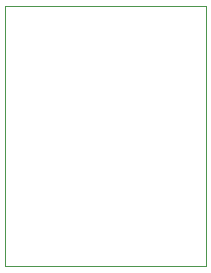
<source format=gbr>
%TF.GenerationSoftware,KiCad,Pcbnew,9.0.6*%
%TF.CreationDate,2025-12-17T11:34:44-05:00*%
%TF.ProjectId,lichen-breadboard-alpha-pot-dual-adaptor,6c696368-656e-42d6-9272-656164626f61,rev?*%
%TF.SameCoordinates,Original*%
%TF.FileFunction,Profile,NP*%
%FSLAX46Y46*%
G04 Gerber Fmt 4.6, Leading zero omitted, Abs format (unit mm)*
G04 Created by KiCad (PCBNEW 9.0.6) date 2025-12-17 11:34:44*
%MOMM*%
%LPD*%
G01*
G04 APERTURE LIST*
%TA.AperFunction,Profile*%
%ADD10C,0.050000*%
%TD*%
G04 APERTURE END LIST*
D10*
X100000000Y-100000000D02*
X117000000Y-100000000D01*
X117000000Y-122000000D01*
X100000000Y-122000000D01*
X100000000Y-100000000D01*
M02*

</source>
